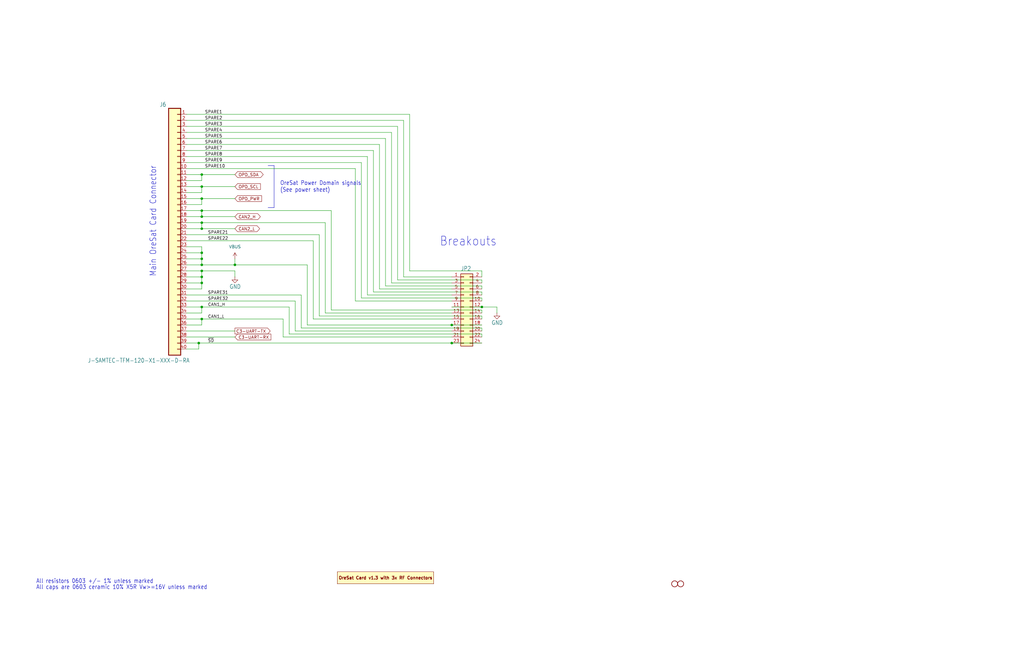
<source format=kicad_sch>
(kicad_sch (version 20231120) (generator "eeschema") (generator_version "8.0")
  (paper "USLedger")
  (title_block (title "OreSat Diode Test Card") (date "2024-04-21") (rev "v1.0"))
  (lib_symbols
    (symbol "Connector_Generic:Conn_02x12_Odd_Even" (pin_names (offset 1.016) hide)
      (property "Reference" "J" (at 1.27 15.24 0))
      (property "Value" "Conn_02x12_Odd_Even" (at 1.27 -17.78 0))
      (symbol "Conn_02x12_Odd_Even_1_1"
        (rectangle (start -1.27 -15.113) (end 0 -15.367) (stroke (width 0.1524)))
        (rectangle (start -1.27 -12.573) (end 0 -12.827) (stroke (width 0.1524)))
        (rectangle (start -1.27 -10.033) (end 0 -10.287) (stroke (width 0.1524)))
        (rectangle (start -1.27 -7.493) (end 0 -7.747) (stroke (width 0.1524)))
        (rectangle (start -1.27 -4.953) (end 0 -5.207) (stroke (width 0.1524)))
        (rectangle (start -1.27 -2.413) (end 0 -2.667) (stroke (width 0.1524)))
        (rectangle (start -1.27 0.127) (end 0 -0.127) (stroke (width 0.1524)))
        (rectangle (start -1.27 2.667) (end 0 2.413) (stroke (width 0.1524)))
        (rectangle (start -1.27 5.207) (end 0 4.953) (stroke (width 0.1524)))
        (rectangle (start -1.27 7.747) (end 0 7.493) (stroke (width 0.1524)))
        (rectangle (start -1.27 10.287) (end 0 10.033) (stroke (width 0.1524)))
        (rectangle (start -1.27 12.827) (end 0 12.573) (stroke (width 0.1524)))
        (rectangle (start -1.27 13.97) (end 3.81 -16.51) (stroke (width 0.254)) (fill (type background)))
        (rectangle (start 3.81 -15.113) (end 2.54 -15.367) (stroke (width 0.1524)))
        (rectangle (start 3.81 -12.573) (end 2.54 -12.827) (stroke (width 0.1524)))
        (rectangle (start 3.81 -10.033) (end 2.54 -10.287) (stroke (width 0.1524)))
        (rectangle (start 3.81 -7.493) (end 2.54 -7.747) (stroke (width 0.1524)))
        (rectangle (start 3.81 -4.953) (end 2.54 -5.207) (stroke (width 0.1524)))
        (rectangle (start 3.81 -2.413) (end 2.54 -2.667) (stroke (width 0.1524)))
        (rectangle (start 3.81 0.127) (end 2.54 -0.127) (stroke (width 0.1524)))
        (rectangle (start 3.81 2.667) (end 2.54 2.413) (stroke (width 0.1524)))
        (rectangle (start 3.81 5.207) (end 2.54 4.953) (stroke (width 0.1524)))
        (rectangle (start 3.81 7.747) (end 2.54 7.493) (stroke (width 0.1524)))
        (rectangle (start 3.81 10.287) (end 2.54 10.033) (stroke (width 0.1524)))
        (rectangle (start 3.81 12.827) (end 2.54 12.573) (stroke (width 0.1524)))
        (pin passive line (at -5.08 12.7 0) (length 3.81) (name "Pin_1") (number "1"))
        (pin passive line (at 7.62 2.54 180) (length 3.81) (name "Pin_10") (number "10"))
        (pin passive line (at -5.08 0 0) (length 3.81) (name "Pin_11") (number "11"))
        (pin passive line (at 7.62 0 180) (length 3.81) (name "Pin_12") (number "12"))
        (pin passive line (at -5.08 -2.54 0) (length 3.81) (name "Pin_13") (number "13"))
        (pin passive line (at 7.62 -2.54 180) (length 3.81) (name "Pin_14") (number "14"))
        (pin passive line (at -5.08 -5.08 0) (length 3.81) (name "Pin_15") (number "15"))
        (pin passive line (at 7.62 -5.08 180) (length 3.81) (name "Pin_16") (number "16"))
        (pin passive line (at -5.08 -7.62 0) (length 3.81) (name "Pin_17") (number "17"))
        (pin passive line (at 7.62 -7.62 180) (length 3.81) (name "Pin_18") (number "18"))
        (pin passive line (at -5.08 -10.16 0) (length 3.81) (name "Pin_19") (number "19"))
        (pin passive line (at 7.62 12.7 180) (length 3.81) (name "Pin_2") (number "2"))
        (pin passive line (at 7.62 -10.16 180) (length 3.81) (name "Pin_20") (number "20"))
        (pin passive line (at -5.08 -12.7 0) (length 3.81) (name "Pin_21") (number "21"))
        (pin passive line (at 7.62 -12.7 180) (length 3.81) (name "Pin_22") (number "22"))
        (pin passive line (at -5.08 -15.24 0) (length 3.81) (name "Pin_23") (number "23"))
        (pin passive line (at 7.62 -15.24 180) (length 3.81) (name "Pin_24") (number "24"))
        (pin passive line (at -5.08 10.16 0) (length 3.81) (name "Pin_3") (number "3"))
        (pin passive line (at 7.62 10.16 180) (length 3.81) (name "Pin_4") (number "4"))
        (pin passive line (at -5.08 7.62 0) (length 3.81) (name "Pin_5") (number "5"))
        (pin passive line (at 7.62 7.62 180) (length 3.81) (name "Pin_6") (number "6"))
        (pin passive line (at -5.08 5.08 0) (length 3.81) (name "Pin_7") (number "7"))
        (pin passive line (at 7.62 5.08 180) (length 3.81) (name "Pin_8") (number "8"))
        (pin passive line (at -5.08 2.54 0) (length 3.81) (name "Pin_9") (number "9"))
      )
    )
    (symbol "oresat-connectors:J-SAMTEC-TFM-120-01-L-D-RA" (pin_names hide)
      (property "Reference" "J" (at 0 54.61 0))
      (property "Value" "J-SAMTEC-TFM-120-01-L-D-RA" (at 0 52.07 0))
      (symbol "J-SAMTEC-TFM-120-01-L-D-RA_0_1"
        (rectangle (start 2.413 -50.673) (end 1.143 -50.927) (stroke (width 0.1524)))
        (rectangle (start 2.413 -48.133) (end 1.143 -48.387) (stroke (width 0.1524)))
        (rectangle (start 2.413 -45.593) (end 1.143 -45.847) (stroke (width 0.1524)))
        (rectangle (start 2.413 -43.053) (end 1.143 -43.307) (stroke (width 0.1524)))
        (rectangle (start 2.413 -40.513) (end 1.143 -40.767) (stroke (width 0.1524)))
        (rectangle (start 2.413 -37.973) (end 1.143 -38.227) (stroke (width 0.1524)))
        (rectangle (start 2.413 -35.433) (end 1.143 -35.687) (stroke (width 0.1524)))
        (rectangle (start 2.413 -32.893) (end 1.143 -33.147) (stroke (width 0.1524)))
        (rectangle (start 2.413 -30.353) (end 1.143 -30.607) (stroke (width 0.1524)))
        (rectangle (start 2.413 -27.813) (end 1.143 -28.067) (stroke (width 0.1524)))
        (rectangle (start 2.413 -25.273) (end 1.143 -25.527) (stroke (width 0.1524)))
        (rectangle (start 2.413 -22.733) (end 1.143 -22.987) (stroke (width 0.1524)))
        (rectangle (start 2.413 -20.193) (end 1.143 -20.447) (stroke (width 0.1524)))
        (rectangle (start 2.413 -17.653) (end 1.143 -17.907) (stroke (width 0.1524)))
        (rectangle (start 2.413 -15.113) (end 1.143 -15.367) (stroke (width 0.1524)))
        (rectangle (start 2.413 -12.573) (end 1.143 -12.827) (stroke (width 0.1524)))
        (rectangle (start 2.413 -10.033) (end 1.143 -10.287) (stroke (width 0.1524)))
        (rectangle (start 2.413 -7.493) (end 1.143 -7.747) (stroke (width 0.1524)))
        (rectangle (start 2.413 -4.953) (end 1.143 -5.207) (stroke (width 0.1524)))
        (rectangle (start 2.413 -2.413) (end 1.143 -2.667) (stroke (width 0.1524)))
        (rectangle (start 2.413 0.127) (end 1.143 -0.127) (stroke (width 0.1524)))
        (rectangle (start 2.413 2.667) (end 1.143 2.413) (stroke (width 0.1524)))
        (rectangle (start 2.413 5.207) (end 1.143 4.953) (stroke (width 0.1524)))
        (rectangle (start 2.413 7.747) (end 1.143 7.493) (stroke (width 0.1524)))
        (rectangle (start 2.413 10.287) (end 1.143 10.033) (stroke (width 0.1524)))
        (rectangle (start 2.413 12.827) (end 1.143 12.573) (stroke (width 0.1524)))
        (rectangle (start 2.413 15.367) (end 1.143 15.113) (stroke (width 0.1524)))
        (rectangle (start 2.413 17.907) (end 1.143 17.653) (stroke (width 0.1524)))
        (rectangle (start 2.413 20.447) (end 1.143 20.193) (stroke (width 0.1524)))
        (rectangle (start 2.413 22.987) (end 1.143 22.733) (stroke (width 0.1524)))
        (rectangle (start 2.413 25.527) (end 1.143 25.273) (stroke (width 0.1524)))
        (rectangle (start 2.413 28.067) (end 1.143 27.813) (stroke (width 0.1524)))
        (rectangle (start 2.413 30.607) (end 1.143 30.353) (stroke (width 0.1524)))
        (rectangle (start 2.413 33.147) (end 1.143 32.893) (stroke (width 0.1524)))
        (rectangle (start 2.413 35.687) (end 1.143 35.433) (stroke (width 0.1524)))
        (rectangle (start 2.413 38.227) (end 1.143 37.973) (stroke (width 0.1524)))
        (rectangle (start 2.413 40.767) (end 1.143 40.513) (stroke (width 0.1524)))
        (rectangle (start 2.413 43.307) (end 1.143 43.053) (stroke (width 0.1524)))
        (rectangle (start 2.413 45.847) (end 1.143 45.593) (stroke (width 0.1524)))
        (rectangle (start 2.413 48.387) (end 1.143 48.133) (stroke (width 0.1524)))
      )
      (symbol "J-SAMTEC-TFM-120-01-L-D-RA_1_1"
        (rectangle (start -2.54 50.8) (end 2.54 -53.34) (stroke (width 0.4)) (fill (type background)))
        (pin passive line (at 5.08 48.26 180) (length 2.54) (name "") (number "1"))
        (pin passive line (at 5.08 25.4 180) (length 2.54) (name "") (number "10"))
        (pin passive line (at 5.08 22.86 180) (length 2.54) (name "") (number "11"))
        (pin passive line (at 5.08 20.32 180) (length 2.54) (name "") (number "12"))
        (pin passive line (at 5.08 17.78 180) (length 2.54) (name "") (number "13"))
        (pin passive line (at 5.08 15.24 180) (length 2.54) (name "") (number "14"))
        (pin passive line (at 5.08 12.7 180) (length 2.54) (name "") (number "15"))
        (pin passive line (at 5.08 10.16 180) (length 2.54) (name "") (number "16"))
        (pin passive line (at 5.08 7.62 180) (length 2.54) (name "") (number "17"))
        (pin passive line (at 5.08 5.08 180) (length 2.54) (name "") (number "18"))
        (pin passive line (at 5.08 2.54 180) (length 2.54) (name "") (number "19"))
        (pin passive line (at 5.08 45.72 180) (length 2.54) (name "") (number "2"))
        (pin passive line (at 5.08 0 180) (length 2.54) (name "") (number "20"))
        (pin passive line (at 5.08 -2.54 180) (length 2.54) (name "") (number "21"))
        (pin passive line (at 5.08 -5.08 180) (length 2.54) (name "") (number "22"))
        (pin passive line (at 5.08 -7.62 180) (length 2.54) (name "") (number "23"))
        (pin passive line (at 5.08 -10.16 180) (length 2.54) (name "") (number "24"))
        (pin passive line (at 5.08 -12.7 180) (length 2.54) (name "") (number "25"))
        (pin passive line (at 5.08 -15.24 180) (length 2.54) (name "") (number "26"))
        (pin passive line (at 5.08 -17.78 180) (length 2.54) (name "") (number "27"))
        (pin passive line (at 5.08 -20.32 180) (length 2.54) (name "") (number "28"))
        (pin passive line (at 5.08 -22.86 180) (length 2.54) (name "") (number "29"))
        (pin passive line (at 5.08 43.18 180) (length 2.54) (name "") (number "3"))
        (pin passive line (at 5.08 -25.4 180) (length 2.54) (name "") (number "30"))
        (pin passive line (at 5.08 -27.94 180) (length 2.54) (name "") (number "31"))
        (pin passive line (at 5.08 -30.48 180) (length 2.54) (name "") (number "32"))
        (pin passive line (at 5.08 -33.02 180) (length 2.54) (name "") (number "33"))
        (pin passive line (at 5.08 -35.56 180) (length 2.54) (name "") (number "34"))
        (pin passive line (at 5.08 -38.1 180) (length 2.54) (name "") (number "35"))
        (pin passive line (at 5.08 -40.64 180) (length 2.54) (name "") (number "36"))
        (pin passive line (at 5.08 -43.18 180) (length 2.54) (name "") (number "37"))
        (pin passive line (at 5.08 -45.72 180) (length 2.54) (name "") (number "38"))
        (pin passive line (at 5.08 -48.26 180) (length 2.54) (name "") (number "39"))
        (pin passive line (at 5.08 40.64 180) (length 2.54) (name "") (number "4"))
        (pin passive line (at 5.08 -50.8 180) (length 2.54) (name "") (number "40"))
        (pin passive line (at 5.08 38.1 180) (length 2.54) (name "") (number "5"))
        (pin passive line (at 5.08 35.56 180) (length 2.54) (name "") (number "6"))
        (pin passive line (at 5.08 33.02 180) (length 2.54) (name "") (number "7"))
        (pin passive line (at 5.08 30.48 180) (length 2.54) (name "") (number "8"))
        (pin passive line (at 5.08 27.94 180) (length 2.54) (name "") (number "9"))
      )
    )
    (symbol "oresat-pcbs:ORESAT-CARD-V1.3-3RF"
      (symbol "ORESAT-CARD-V1.3-3RF_1_0"
        (rectangle (start -20.32 2.54) (end 20.32 -2.54) (fill (type background)))
        (text "OreSat Card v1.3 with 3x RF Connectors" (at 0 0 0) (effects (font (size 1.27 1.27) (bold yes))))
      )
    )
    (symbol "oresat-power:VBUS" (power) (pin_names (offset 0))
      (property "Value" "VBUS" (at 0 3.556 0))
      (symbol "VBUS_0_1"
        (polyline (pts (xy -0.762 1.27) (xy 0 2.54)))
        (polyline (pts (xy 0 0) (xy 0 2.54)))
        (polyline (pts (xy 0 2.54) (xy 0.762 1.27)))
      )
      (symbol "VBUS_1_1"
        (pin power_in line (at 0 0 90) (length 0) hide (name "VBUS") (number "1"))
      )
    )
    (symbol "oresat-proto-card-eagle-import:STAND-OFFTIGHT"
      (symbol "STAND-OFFTIGHT_1_0"
        (circle (center 0 0) (radius 1.27) (stroke (width 0.254)))
      )
    )
    (symbol "power:GND" (power) (pin_numbers hide) (pin_names (offset 0) hide)
      (property "Value" "GND" (at 0 -3.81 0))
      (symbol "GND_0_1"
        (polyline (pts (xy 0 0) (xy 0 -1.27) (xy 1.27 -1.27) (xy 0 -2.54) (xy -1.27 -1.27) (xy 0 -1.27)))
      )
      (symbol "GND_1_1"
        (pin power_in line (at 0 0 270) (length 0) (name "~") (number "1"))
      )
    )
  )
  (junction (at 190.5 137.16))
  (junction (at 85.09 73.66))
  (junction (at 190.5 144.78))
  (junction (at 83.82 144.78))
  (junction (at 85.09 111.76))
  (junction (at 85.09 96.52))
  (junction (at 99.06 111.76))
  (junction (at 85.09 109.22))
  (junction (at 85.09 129.54))
  (junction (at 85.09 106.68))
  (junction (at 85.09 93.98))
  (junction (at 85.09 83.82))
  (junction (at 85.09 134.62))
  (junction (at 85.09 91.44))
  (junction (at 85.09 88.9))
  (junction (at 203.2 129.54))
  (junction (at 85.09 78.74))
  (junction (at 85.09 114.3))
  (junction (at 85.09 116.84))
  (junction (at 85.09 119.38))
  (wire (pts (xy 139.7 130.81) (xy 203.2 130.81)) (stroke (width 0.1524)))
  (wire (pts (xy 85.09 104.14) (xy 78.74 104.14)) (stroke (width 0.1524)))
  (wire (pts (xy 78.74 129.54) (xy 85.09 129.54)) (stroke (width 0.1524)))
  (wire (pts (xy 85.09 111.76) (xy 85.09 109.22)) (stroke (width 0.1524)))
  (wire (pts (xy 152.4 68.58) (xy 152.4 125.73)))
  (wire (pts (xy 157.48 63.5) (xy 157.48 123.19)))
  (wire (pts (xy 85.09 88.9) (xy 139.7 88.9)) (stroke (width 0.1524)))
  (wire (pts (xy 78.74 111.76) (xy 85.09 111.76)) (stroke (width 0.1524)))
  (wire (pts (xy 121.92 129.54) (xy 121.92 140.97)) (stroke (width 0.1524)))
  (wire (pts (xy 85.09 121.92) (xy 85.09 119.38)) (stroke (width 0.1524)))
  (wire (pts (xy 85.09 73.66) (xy 78.74 73.66)) (stroke (width 0.1524)))
  (wire (pts (xy 152.4 125.73) (xy 203.2 125.73)))
  (wire (pts (xy 78.74 58.42) (xy 162.56 58.42)))
  (wire (pts (xy 190.5 144.78) (xy 203.2 144.78)) (stroke (width 0.1524)))
  (wire (pts (xy 78.74 124.46) (xy 127 124.46)) (stroke (width 0.1524)))
  (wire (pts (xy 85.09 132.08) (xy 85.09 129.54)) (stroke (width 0.1524)))
  (wire (pts (xy 203.2 114.3) (xy 203.2 116.84)))
  (wire (pts (xy 85.09 93.98) (xy 78.74 93.98)) (stroke (width 0.1524)))
  (wire (pts (xy 85.09 109.22) (xy 85.09 106.68)) (stroke (width 0.1524)))
  (wire (pts (xy 78.74 71.12) (xy 149.86 71.12)) (stroke (width 0.1524)))
  (wire (pts (xy 119.38 142.24) (xy 190.5 142.24)) (stroke (width 0.1524)))
  (wire (pts (xy 160.02 60.96) (xy 160.02 121.92)) (stroke (width 0.1524)))
  (wire (pts (xy 85.09 96.52) (xy 85.09 93.98)) (stroke (width 0.1524)))
  (wire (pts (xy 78.74 55.88) (xy 165.1 55.88)) (stroke (width 0.1524)))
  (wire (pts (xy 78.74 68.58) (xy 152.4 68.58)))
  (wire (pts (xy 99.06 114.3) (xy 99.06 116.84)))
  (wire (pts (xy 85.09 93.98) (xy 137.16 93.98)) (stroke (width 0.1524)))
  (wire (pts (xy 78.74 60.96) (xy 160.02 60.96)) (stroke (width 0.1524)))
  (wire (pts (xy 85.09 76.2) (xy 85.09 73.66)) (stroke (width 0.1524)))
  (polyline (pts (xy 113.03 69.85) (xy 115.57 69.85)) (stroke (width 0.1524) (type solid)))
  (wire (pts (xy 85.09 129.54) (xy 121.92 129.54)) (stroke (width 0.1524)))
  (wire (pts (xy 149.86 127) (xy 190.5 127)) (stroke (width 0.1524)))
  (wire (pts (xy 132.08 134.62) (xy 190.5 134.62)) (stroke (width 0.1524)))
  (wire (pts (xy 165.1 55.88) (xy 165.1 119.38)) (stroke (width 0.1524)))
  (wire (pts (xy 78.74 48.26) (xy 172.72 48.26)))
  (wire (pts (xy 203.2 123.19) (xy 203.2 124.46)))
  (wire (pts (xy 78.74 81.28) (xy 85.09 81.28)) (stroke (width 0.1524)))
  (wire (pts (xy 85.09 88.9) (xy 78.74 88.9)) (stroke (width 0.1524)))
  (wire (pts (xy 85.09 83.82) (xy 85.09 86.36)) (stroke (width 0.1524)))
  (polyline (pts (xy 115.57 69.85) (xy 115.57 87.63)) (stroke (width 0.1524) (type solid)))
  (wire (pts (xy 83.82 147.32) (xy 78.74 147.32)) (stroke (width 0.1524)))
  (wire (pts (xy 78.74 116.84) (xy 85.09 116.84)) (stroke (width 0.1524)))
  (wire (pts (xy 78.74 99.06) (xy 134.62 99.06)) (stroke (width 0.1524)))
  (wire (pts (xy 203.2 133.35) (xy 203.2 134.62)) (stroke (width 0.1524)))
  (wire (pts (xy 78.74 142.24) (xy 99.06 142.24)) (stroke (width 0.1524)))
  (wire (pts (xy 78.74 63.5) (xy 157.48 63.5)))
  (wire (pts (xy 124.46 127) (xy 124.46 139.7)) (stroke (width 0.1524)))
  (wire (pts (xy 85.09 96.52) (xy 78.74 96.52)) (stroke (width 0.1524)))
  (wire (pts (xy 78.74 127) (xy 124.46 127)) (stroke (width 0.1524)))
  (wire (pts (xy 78.74 119.38) (xy 85.09 119.38)) (stroke (width 0.1524)))
  (wire (pts (xy 78.74 137.16) (xy 85.09 137.16)) (stroke (width 0.1524)))
  (wire (pts (xy 121.92 140.97) (xy 203.2 140.97)) (stroke (width 0.1524)))
  (wire (pts (xy 85.09 106.68) (xy 85.09 104.14)) (stroke (width 0.1524)))
  (wire (pts (xy 83.82 144.78) (xy 190.5 144.78)) (stroke (width 0.1524)))
  (wire (pts (xy 154.94 124.46) (xy 190.5 124.46)) (stroke (width 0.1524)))
  (wire (pts (xy 129.54 137.16) (xy 190.5 137.16)) (stroke (width 0.1524)))
  (wire (pts (xy 134.62 99.06) (xy 134.62 133.35)) (stroke (width 0.1524)))
  (wire (pts (xy 99.06 78.74) (xy 85.09 78.74)) (stroke (width 0.1524)))
  (wire (pts (xy 78.74 101.6) (xy 132.08 101.6)) (stroke (width 0.1524)))
  (wire (pts (xy 85.09 111.76) (xy 99.06 111.76)) (stroke (width 0.1524)))
  (wire (pts (xy 85.09 137.16) (xy 85.09 134.62)) (stroke (width 0.1524)))
  (wire (pts (xy 85.09 91.44) (xy 78.74 91.44)) (stroke (width 0.1524)))
  (wire (pts (xy 172.72 48.26) (xy 172.72 114.3)))
  (wire (pts (xy 167.64 118.11) (xy 203.2 118.11)))
  (wire (pts (xy 165.1 119.38) (xy 190.5 119.38)) (stroke (width 0.1524)))
  (wire (pts (xy 167.64 53.34) (xy 167.64 118.11)))
  (wire (pts (xy 83.82 144.78) (xy 78.74 144.78)) (stroke (width 0.1524)))
  (wire (pts (xy 78.74 109.22) (xy 85.09 109.22)) (stroke (width 0.1524)))
  (wire (pts (xy 99.06 83.82) (xy 85.09 83.82)) (stroke (width 0.1524)))
  (wire (pts (xy 85.09 86.36) (xy 78.74 86.36)) (stroke (width 0.1524)))
  (wire (pts (xy 85.09 73.66) (xy 99.06 73.66)) (stroke (width 0.1524)))
  (wire (pts (xy 170.18 50.8) (xy 170.18 116.84)) (stroke (width 0.1524)))
  (wire (pts (xy 127 124.46) (xy 127 138.43)) (stroke (width 0.1524)))
  (wire (pts (xy 78.74 114.3) (xy 85.09 114.3)) (stroke (width 0.1524)))
  (wire (pts (xy 119.38 142.24) (xy 119.38 134.62)) (stroke (width 0.1524)))
  (wire (pts (xy 78.74 121.92) (xy 85.09 121.92)) (stroke (width 0.1524)))
  (wire (pts (xy 160.02 121.92) (xy 190.5 121.92)) (stroke (width 0.1524)))
  (wire (pts (xy 157.48 123.19) (xy 203.2 123.19)))
  (wire (pts (xy 203.2 140.97) (xy 203.2 142.24)) (stroke (width 0.1524)))
  (wire (pts (xy 162.56 58.42) (xy 162.56 120.65)))
  (wire (pts (xy 154.94 66.04) (xy 154.94 124.46)) (stroke (width 0.1524)))
  (wire (pts (xy 127 138.43) (xy 203.2 138.43)) (stroke (width 0.1524)))
  (wire (pts (xy 78.74 134.62) (xy 85.09 134.62)) (stroke (width 0.1524)))
  (wire (pts (xy 99.06 114.3) (xy 85.09 114.3)))
  (wire (pts (xy 78.74 76.2) (xy 85.09 76.2)) (stroke (width 0.1524)))
  (wire (pts (xy 99.06 109.22) (xy 99.06 111.76)))
  (wire (pts (xy 132.08 101.6) (xy 132.08 134.62)) (stroke (width 0.1524)))
  (wire (pts (xy 172.72 114.3) (xy 203.2 114.3)))
  (polyline (pts (xy 115.57 87.63) (xy 113.03 87.63)) (stroke (width 0.1524) (type solid)))
  (wire (pts (xy 78.74 53.34) (xy 167.64 53.34)))
  (wire (pts (xy 190.5 137.16) (xy 203.2 137.16)) (stroke (width 0.1524)))
  (wire (pts (xy 78.74 132.08) (xy 85.09 132.08)) (stroke (width 0.1524)))
  (wire (pts (xy 149.86 71.12) (xy 149.86 127)) (stroke (width 0.1524)))
  (wire (pts (xy 137.16 132.08) (xy 190.5 132.08)) (stroke (width 0.1524)))
  (wire (pts (xy 85.09 106.68) (xy 78.74 106.68)) (stroke (width 0.1524)))
  (wire (pts (xy 78.74 139.7) (xy 99.06 139.7)) (stroke (width 0.1524)))
  (wire (pts (xy 85.09 116.84) (xy 85.09 114.3)) (stroke (width 0.1524)))
  (wire (pts (xy 203.2 118.11) (xy 203.2 119.38)))
  (wire (pts (xy 203.2 125.73) (xy 203.2 127)))
  (wire (pts (xy 85.09 91.44) (xy 85.09 88.9)) (stroke (width 0.1524)))
  (wire (pts (xy 124.46 139.7) (xy 190.5 139.7)) (stroke (width 0.1524)))
  (wire (pts (xy 209.55 129.54) (xy 203.2 129.54)))
  (wire (pts (xy 162.56 120.65) (xy 203.2 120.65)))
  (wire (pts (xy 134.62 133.35) (xy 203.2 133.35)) (stroke (width 0.1524)))
  (wire (pts (xy 203.2 130.81) (xy 203.2 132.08)) (stroke (width 0.1524)))
  (wire (pts (xy 203.2 120.65) (xy 203.2 121.92)))
  (wire (pts (xy 85.09 91.44) (xy 99.06 91.44)))
  (wire (pts (xy 99.06 111.76) (xy 129.54 111.76)) (stroke (width 0.1524)))
  (wire (pts (xy 85.09 78.74) (xy 78.74 78.74)) (stroke (width 0.1524)))
  (wire (pts (xy 190.5 129.54) (xy 203.2 129.54)))
  (wire (pts (xy 170.18 116.84) (xy 190.5 116.84)) (stroke (width 0.1524)))
  (wire (pts (xy 209.55 132.08) (xy 209.55 129.54)))
  (wire (pts (xy 78.74 50.8) (xy 170.18 50.8)) (stroke (width 0.1524)))
  (wire (pts (xy 85.09 116.84) (xy 85.09 119.38)) (stroke (width 0.1524)))
  (wire (pts (xy 85.09 81.28) (xy 85.09 78.74)) (stroke (width 0.1524)))
  (wire (pts (xy 83.82 144.78) (xy 83.82 147.32)) (stroke (width 0.1524)))
  (wire (pts (xy 85.09 83.82) (xy 78.74 83.82)) (stroke (width 0.1524)))
  (wire (pts (xy 85.09 134.62) (xy 119.38 134.62)) (stroke (width 0.1524)))
  (wire (pts (xy 139.7 88.9) (xy 139.7 130.81)) (stroke (width 0.1524)))
  (wire (pts (xy 203.2 138.43) (xy 203.2 139.7)) (stroke (width 0.1524)))
  (wire (pts (xy 85.09 96.52) (xy 99.06 96.52)))
  (wire (pts (xy 137.16 93.98) (xy 137.16 132.08)) (stroke (width 0.1524)))
  (wire (pts (xy 78.74 66.04) (xy 154.94 66.04)) (stroke (width 0.1524)))
  (wire (pts (xy 129.54 111.76) (xy 129.54 137.16)) (stroke (width 0.1524)))
  (text "Main OreSat Card Connector" (at 66.04 116.84 90) (effects (font (size 2.54 2.159)) (justify left bottom)))
  (text "Breakouts" (at 185.42 104.14 0) (effects (font (size 3.81 3.2385)) (justify left bottom)))
  (text "All resistors 0603 +/- 1% unless marked" (at 15.24 246.38 0) (effects (font (size 1.778 1.5113)) (justify left bottom)))
  (text "OreSat Power Domain signals\n(See power sheet)" (at 118.11 81.28 0) (effects (font (size 1.778 1.5113)) (justify left bottom)))
  (text "All caps are 0603 ceramic 10% X5R Vw>=16V unless marked" (at 15.24 248.92 0) (effects (font (size 1.778 1.5113)) (justify left bottom)))
  (label "SPARE10" (at 86.36 71.12 0))
  (label "SPARE9" (at 86.36 68.58 0))
  (label "SPARE1" (at 86.36 48.26 0))
  (label "SPARE2" (at 86.36 50.8 0))
  (label "CAN1_L" (at 87.63 134.62 0))
  (label "SPARE22" (at 87.63 101.6 0))
  (label "SPARE5" (at 86.36 58.42 0))
  (label "SPARE7" (at 86.36 63.5 0))
  (label "SPARE3" (at 86.36 53.34 0))
  (label "SPARE6" (at 86.36 60.96 0))
  (label "SPARE21" (at 87.63 99.06 0))
  (label "SPARE8" (at 86.36 66.04 0))
  (label "~{SD}" (at 87.63 144.78 0))
  (label "SPARE32" (at 87.63 127 0))
  (label "SPARE31" (at 87.63 124.46 0))
  (label "SPARE4" (at 86.36 55.88 0))
  (label "CAN1_H" (at 87.63 129.54 0))
  (global_label "OPD_PWR" (shape input) (at 99.06 83.82 0) (property "Intersheetrefs" "${INTERSHEET_REFS}" (at 110.8747 83.82 0) (effects (justify left))))
  (global_label "C3-UART-RX" (shape input) (at 99.06 142.24 0) (property "Intersheetrefs" "${INTERSHEET_REFS}" (at 114.2336 142.1606 0) (effects (justify left))))
  (global_label "OPD_SDA" (shape bidirectional) (at 99.06 73.66 0) (property "Intersheetrefs" "${INTERSHEET_REFS}" (at 111.5627 73.66 0) (effects (justify left))))
  (global_label "CAN2_L" (shape bidirectional) (at 99.06 96.52 0) (property "Intersheetrefs" "${INTERSHEET_REFS}" (at 110.0508 96.52 0) (effects (justify left))))
  (global_label "C3-UART-TX" (shape output) (at 99.06 139.7 0) (property "Intersheetrefs" "${INTERSHEET_REFS}" (at 114.4239 139.7 0) (effects (justify left))))
  (global_label "CAN2_H" (shape bidirectional) (at 99.06 91.44 0) (property "Intersheetrefs" "${INTERSHEET_REFS}" (at 110.3532 91.44 0) (effects (justify left))))
  (global_label "OPD_SCL" (shape input) (at 99.06 78.74 0) (property "Intersheetrefs" "${INTERSHEET_REFS}" (at 110.3909 78.74 0) (effects (justify left))))
  (symbol (lib_id "oresat-proto-card-eagle-import:STAND-OFFTIGHT") (at 287.02 246.38 0) (unit 1)
    (property "Reference" "H3" (effects (hide yes)))
    (property "Value" "STAND-OFFTIGHT" (effects (hide yes)))
    (property "Footprint" "oresat-proto-card:STAND-OFF-TIGHT" (effects (hide yes)))
  )
  (symbol (lib_id "oresat-connectors:J-SAMTEC-TFM-120-01-L-D-RA") (at 73.66 96.52 0) (unit 1)
    (property "Reference" "J6" (at 67.31 45.085 0) (effects (font (size 1.778 1.5113)) (justify left bottom)))
    (property "Value" "J-SAMTEC-TFM-120-X1-XXX-D-RA" (at 80.01 151.13 0) (effects (font (size 1.778 1.5113)) (justify right top)))
    (property "Footprint" "oresat-connectors:J-SAMTEC-TFM-120-X1-XXX-D-RA" (effects (hide yes)))
    (property "DIS" "Digi-Key" (effects (hide yes)))
    (property "DPN" "SAM10145-ND " (effects (hide yes)))
    (property "MFR" "Samtec" (effects (hide yes)))
    (property "MPN" "TFM-120-01-L-D-RA" (effects (hide yes)))
  )
  (symbol (lib_id "oresat-proto-card-eagle-import:STAND-OFFTIGHT") (at 284.48 246.38 0) (unit 1)
    (property "Reference" "H2" (effects (hide yes)))
    (property "Value" "STAND-OFFTIGHT" (effects (hide yes)))
    (property "Footprint" "oresat-proto-card:STAND-OFF-TIGHT" (effects (hide yes)))
  )
  (symbol (lib_id "power:GND") (at 209.55 132.08 0) (mirror y) (unit 1)
    (property "Reference" "#GND038" (effects (hide yes)))
    (property "Value" "GND" (at 212.09 137.16 0) (effects (font (size 1.778 1.5113)) (justify left bottom)))
    (property "Description" "Power symbol creates a global label with name \"GND\" , ground" (effects (hide yes)))
  )
  (symbol (lib_id "Connector_Generic:Conn_02x12_Odd_Even") (at 195.58 129.54 0) (unit 1)
    (property "Reference" "JP2" (at 194.31 114.3 0) (effects (font (size 1.778 1.5113)) (justify left bottom)))
    (property "Value" "PINHD-2X5" (effects (hide yes)))
    (property "Footprint" "Connector_PinHeader_2.54mm:PinHeader_2x12_P2.54mm_Vertical" (effects (hide yes)))
    (property "DIS" "Digi-Key" (effects (hide yes)))
    (property "DPN" "609-3243-ND" (effects (hide yes)))
    (property "MFR" "Amphenol " (effects (hide yes)))
    (property "MPN" "67997-410HLF" (effects (hide yes)))
  )
  (symbol (lib_id "oresat-pcbs:ORESAT-CARD-V1.3-3RF") (at 162.56 243.84 0) (unit 1)
    (property "Reference" "PCB1" (effects (hide yes)))
    (property "Value" "ORESAT-CARD-V1.0-0xRF" (effects (hide yes)))
    (property "Footprint" "oresat-pcbs:ORESAT-CARD-V1.3-0RF" (effects (hide yes)))
  )
  (symbol (lib_id "power:GND") (at 99.06 116.84 0) (mirror y) (unit 1)
    (property "Reference" "#GND02" (effects (hide yes)))
    (property "Value" "GND" (at 101.6 121.92 0) (effects (font (size 1.778 1.5113)) (justify left bottom)))
    (property "Description" "Power symbol creates a global label with name \"GND\" , ground" (effects (hide yes)))
  )
  (symbol (lib_id "oresat-power:VBUS") (at 99.06 109.22 0) (unit 1)
    (property "Reference" "#VBUS02" (effects (hide yes)))
    (property "Value" "VBUS" (at 99.06 104.14 0))
  )
)
</source>
